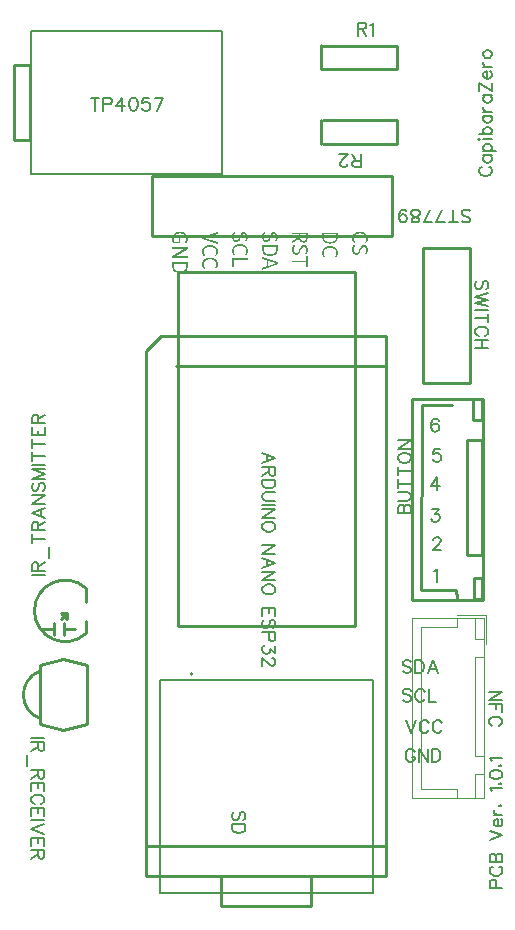
<source format=gto>
G04 Layer: TopSilkscreenLayer*
G04 EasyEDA v6.5.40, 2024-05-09 08:25:39*
G04 18a0beea18964d5d8ca67f77cddb8664,df7e7e3c38a3447abd37b529b333d242,10*
G04 Gerber Generator version 0.2*
G04 Scale: 100 percent, Rotated: No, Reflected: No *
G04 Dimensions in millimeters *
G04 leading zeros omitted , absolute positions ,4 integer and 5 decimal *
%FSLAX45Y45*%
%MOMM*%

%ADD10C,0.1524*%
%ADD11C,0.2540*%
%ADD12C,0.1200*%
%ADD13C,0.1600*%

%LPD*%
G36*
X3435400Y4975860D02*
G01*
X3427729Y4975606D01*
X3420414Y4974793D01*
X3413556Y4973472D01*
X3407105Y4971643D01*
X3401110Y4969357D01*
X3395624Y4966614D01*
X3390544Y4963464D01*
X3385972Y4959908D01*
X3381857Y4955997D01*
X3378301Y4951679D01*
X3375253Y4947056D01*
X3372713Y4942128D01*
X3370732Y4936896D01*
X3369259Y4931410D01*
X3368395Y4925720D01*
X3368141Y4919726D01*
X3368446Y4913630D01*
X3369360Y4907940D01*
X3370884Y4902504D01*
X3373018Y4897475D01*
X3375660Y4892700D01*
X3378809Y4888230D01*
X3382518Y4884064D01*
X3386632Y4880102D01*
X3396081Y4888280D01*
X3389629Y4894935D01*
X3384956Y4902200D01*
X3382060Y4910175D01*
X3381095Y4919014D01*
X3381501Y4925212D01*
X3382772Y4931003D01*
X3384905Y4936337D01*
X3387801Y4941214D01*
X3391458Y4945583D01*
X3395827Y4949444D01*
X3400907Y4952746D01*
X3406698Y4955540D01*
X3413099Y4957724D01*
X3420160Y4959350D01*
X3427780Y4960315D01*
X3435959Y4960620D01*
X3443986Y4960315D01*
X3451453Y4959299D01*
X3458362Y4957622D01*
X3464661Y4955336D01*
X3470351Y4952492D01*
X3475329Y4949088D01*
X3479647Y4945126D01*
X3483203Y4940706D01*
X3486048Y4935778D01*
X3488080Y4930444D01*
X3489350Y4924653D01*
X3489807Y4918506D01*
X3488893Y4910480D01*
X3486404Y4903317D01*
X3482492Y4896967D01*
X3477361Y4891582D01*
X3487013Y4883404D01*
X3490010Y4886401D01*
X3492906Y4889855D01*
X3495598Y4893665D01*
X3498037Y4897932D01*
X3500069Y4902606D01*
X3501644Y4907635D01*
X3502660Y4913020D01*
X3502964Y4918710D01*
X3502710Y4924806D01*
X3501796Y4930648D01*
X3500323Y4936286D01*
X3498342Y4941570D01*
X3495751Y4946599D01*
X3492652Y4951323D01*
X3489045Y4955692D01*
X3484930Y4959705D01*
X3480308Y4963312D01*
X3475228Y4966512D01*
X3469690Y4969256D01*
X3463645Y4971592D01*
X3457244Y4973421D01*
X3450386Y4974793D01*
X3443071Y4975606D01*
G37*
G36*
X3387445Y4869738D02*
G01*
X3383178Y4865319D01*
X3379368Y4860544D01*
X3376066Y4855362D01*
X3373272Y4849876D01*
X3371087Y4843983D01*
X3369462Y4837836D01*
X3368446Y4831334D01*
X3368141Y4824476D01*
X3368446Y4817973D01*
X3369411Y4811928D01*
X3370935Y4806340D01*
X3373018Y4801209D01*
X3375609Y4796637D01*
X3378657Y4792573D01*
X3382111Y4789068D01*
X3385972Y4786172D01*
X3390188Y4783836D01*
X3394710Y4782159D01*
X3399434Y4781143D01*
X3404463Y4780838D01*
X3411270Y4781346D01*
X3417214Y4782921D01*
X3422396Y4785360D01*
X3426815Y4788662D01*
X3430676Y4792624D01*
X3433978Y4797196D01*
X3436874Y4802276D01*
X3439464Y4807712D01*
X3447338Y4826558D01*
X3450844Y4834229D01*
X3455263Y4841290D01*
X3461359Y4846370D01*
X3469995Y4848352D01*
X3474313Y4847894D01*
X3478225Y4846574D01*
X3481578Y4844338D01*
X3484473Y4841392D01*
X3486708Y4837734D01*
X3488385Y4833366D01*
X3489451Y4828438D01*
X3489807Y4822952D01*
X3488893Y4814163D01*
X3486404Y4806391D01*
X3482492Y4799380D01*
X3477361Y4793030D01*
X3487013Y4785156D01*
X3490366Y4788662D01*
X3493465Y4792624D01*
X3496157Y4796942D01*
X3498494Y4801565D01*
X3500424Y4806543D01*
X3501796Y4811776D01*
X3502710Y4817262D01*
X3502964Y4822952D01*
X3502710Y4828641D01*
X3501847Y4833975D01*
X3500475Y4839055D01*
X3498545Y4843729D01*
X3496208Y4847996D01*
X3493414Y4851857D01*
X3490163Y4855210D01*
X3486607Y4858004D01*
X3482644Y4860290D01*
X3478377Y4861966D01*
X3473805Y4863033D01*
X3468979Y4863388D01*
X3462274Y4862728D01*
X3456482Y4860899D01*
X3451453Y4858156D01*
X3447186Y4854600D01*
X3443579Y4850485D01*
X3440582Y4846015D01*
X3438042Y4841341D01*
X3427577Y4817922D01*
X3423412Y4809185D01*
X3421227Y4805426D01*
X3418738Y4802174D01*
X3415842Y4799533D01*
X3412388Y4797501D01*
X3408324Y4796231D01*
X3403447Y4795824D01*
X3398672Y4796282D01*
X3394354Y4797755D01*
X3390544Y4800092D01*
X3387293Y4803343D01*
X3384651Y4807458D01*
X3382721Y4812284D01*
X3381501Y4817922D01*
X3381095Y4824272D01*
X3381349Y4829454D01*
X3382213Y4834534D01*
X3383635Y4839462D01*
X3385515Y4844237D01*
X3387902Y4848809D01*
X3390696Y4853127D01*
X3393948Y4857140D01*
X3397554Y4860848D01*
G37*
G36*
X3116427Y4968290D02*
G01*
X3116427Y4953254D01*
X3234486Y4953254D01*
X3234486Y4937252D01*
X3234283Y4931562D01*
X3233623Y4926228D01*
X3232505Y4921250D01*
X3230981Y4916678D01*
X3229000Y4912461D01*
X3226663Y4908651D01*
X3223869Y4905197D01*
X3220720Y4902098D01*
X3217113Y4899355D01*
X3213201Y4897018D01*
X3208883Y4895037D01*
X3204210Y4893411D01*
X3199130Y4892141D01*
X3193745Y4891278D01*
X3188004Y4890719D01*
X3181959Y4890566D01*
X3175863Y4890719D01*
X3170072Y4891278D01*
X3164636Y4892141D01*
X3159556Y4893411D01*
X3154832Y4895037D01*
X3150412Y4897018D01*
X3146399Y4899355D01*
X3142792Y4902098D01*
X3139541Y4905197D01*
X3136696Y4908651D01*
X3134258Y4912461D01*
X3132226Y4916678D01*
X3130651Y4921250D01*
X3129534Y4926228D01*
X3128822Y4931562D01*
X3128568Y4937252D01*
X3128568Y4953254D01*
X3116427Y4953254D01*
X3116427Y4935728D01*
X3116681Y4928565D01*
X3117545Y4921758D01*
X3118967Y4915458D01*
X3120898Y4909616D01*
X3123387Y4904181D01*
X3126333Y4899202D01*
X3129838Y4894732D01*
X3133852Y4890668D01*
X3138322Y4887112D01*
X3143250Y4883962D01*
X3148634Y4881321D01*
X3154426Y4879187D01*
X3160725Y4877460D01*
X3167380Y4876292D01*
X3174441Y4875530D01*
X3181959Y4875276D01*
X3189376Y4875530D01*
X3196437Y4876292D01*
X3203092Y4877511D01*
X3209290Y4879187D01*
X3215030Y4881372D01*
X3220313Y4884013D01*
X3225139Y4887112D01*
X3229508Y4890719D01*
X3233420Y4894783D01*
X3236823Y4899355D01*
X3239719Y4904333D01*
X3242106Y4909820D01*
X3243986Y4915712D01*
X3245358Y4922113D01*
X3246170Y4928971D01*
X3246475Y4936236D01*
X3246475Y4968290D01*
G37*
G36*
X3181400Y4854498D02*
G01*
X3173730Y4854194D01*
X3166414Y4853381D01*
X3159556Y4852060D01*
X3153105Y4850231D01*
X3147110Y4847945D01*
X3141624Y4845202D01*
X3136544Y4842052D01*
X3131972Y4838496D01*
X3127857Y4834585D01*
X3124301Y4830267D01*
X3121253Y4825644D01*
X3118713Y4820716D01*
X3116732Y4815484D01*
X3115259Y4809998D01*
X3114395Y4804308D01*
X3114141Y4798364D01*
X3114446Y4792218D01*
X3115360Y4786528D01*
X3116884Y4781092D01*
X3119018Y4776063D01*
X3121660Y4771288D01*
X3124809Y4766818D01*
X3128518Y4762652D01*
X3132632Y4758740D01*
X3142081Y4766818D01*
X3135630Y4773523D01*
X3130956Y4780788D01*
X3128060Y4788763D01*
X3127095Y4797552D01*
X3127502Y4803800D01*
X3128772Y4809591D01*
X3130905Y4814925D01*
X3133801Y4819802D01*
X3137458Y4824171D01*
X3141827Y4828032D01*
X3146907Y4831334D01*
X3152698Y4834128D01*
X3159099Y4836312D01*
X3166160Y4837938D01*
X3173780Y4838903D01*
X3181959Y4839258D01*
X3189986Y4838903D01*
X3197453Y4837887D01*
X3204362Y4836210D01*
X3210661Y4833924D01*
X3216351Y4831080D01*
X3221329Y4827676D01*
X3225647Y4823714D01*
X3229203Y4819294D01*
X3232048Y4814366D01*
X3234080Y4809032D01*
X3235350Y4803241D01*
X3235807Y4797044D01*
X3234893Y4788966D01*
X3232404Y4781804D01*
X3228492Y4775555D01*
X3223361Y4770120D01*
X3233013Y4762042D01*
X3236010Y4764989D01*
X3238906Y4768443D01*
X3241598Y4772253D01*
X3244037Y4776520D01*
X3246069Y4781194D01*
X3247644Y4786223D01*
X3248660Y4791608D01*
X3248964Y4797348D01*
X3248710Y4803343D01*
X3247796Y4809185D01*
X3246323Y4814773D01*
X3244342Y4820056D01*
X3241751Y4825085D01*
X3238652Y4829810D01*
X3235045Y4834178D01*
X3230930Y4838192D01*
X3226308Y4841798D01*
X3221228Y4845050D01*
X3215690Y4847793D01*
X3209645Y4850130D01*
X3203244Y4852009D01*
X3196386Y4853381D01*
X3189071Y4854194D01*
G37*
G36*
X2862427Y4968290D02*
G01*
X2862427Y4953254D01*
X2980791Y4953254D01*
X2980791Y4930698D01*
X2980436Y4923231D01*
X2979470Y4916678D01*
X2977743Y4911140D01*
X2975254Y4906518D01*
X2971901Y4902911D01*
X2967685Y4900269D01*
X2962554Y4898694D01*
X2956407Y4898136D01*
X2950311Y4898694D01*
X2945079Y4900269D01*
X2940659Y4902911D01*
X2937052Y4906518D01*
X2934309Y4911140D01*
X2932328Y4916678D01*
X2931109Y4923231D01*
X2930702Y4930698D01*
X2930702Y4953254D01*
X2918561Y4953254D01*
X2918561Y4929174D01*
X2862427Y4896612D01*
X2862427Y4879898D01*
X2920034Y4913680D01*
X2921965Y4907127D01*
X2924606Y4901234D01*
X2927959Y4896053D01*
X2932125Y4891684D01*
X2937052Y4888179D01*
X2942691Y4885588D01*
X2949143Y4883962D01*
X2956407Y4883404D01*
X2962706Y4883810D01*
X2968294Y4884928D01*
X2973273Y4886756D01*
X2977591Y4889195D01*
X2981299Y4892294D01*
X2984398Y4896002D01*
X2986989Y4900218D01*
X2989021Y4904994D01*
X2990545Y4910226D01*
X2991612Y4915865D01*
X2992272Y4921961D01*
X2992475Y4928362D01*
X2992475Y4968290D01*
G37*
G36*
X2879445Y4868926D02*
G01*
X2875178Y4864557D01*
X2871368Y4859782D01*
X2868066Y4854600D01*
X2865272Y4849114D01*
X2863088Y4843221D01*
X2861462Y4837074D01*
X2860446Y4830572D01*
X2860141Y4823764D01*
X2860446Y4817262D01*
X2861411Y4811268D01*
X2862935Y4805680D01*
X2865018Y4800549D01*
X2867609Y4795977D01*
X2870657Y4791913D01*
X2874111Y4788357D01*
X2877972Y4785461D01*
X2882188Y4783124D01*
X2886710Y4781448D01*
X2891434Y4780381D01*
X2896463Y4780026D01*
X2903270Y4780584D01*
X2909214Y4782210D01*
X2914396Y4784699D01*
X2918815Y4788001D01*
X2922676Y4791964D01*
X2925978Y4796536D01*
X2928874Y4801565D01*
X2931464Y4807000D01*
X2939338Y4826050D01*
X2942844Y4833569D01*
X2947263Y4840528D01*
X2953359Y4845659D01*
X2961995Y4847640D01*
X2966313Y4847132D01*
X2970225Y4845812D01*
X2973578Y4843627D01*
X2976473Y4840681D01*
X2978708Y4837023D01*
X2980385Y4832705D01*
X2981452Y4827828D01*
X2981807Y4822444D01*
X2980893Y4813655D01*
X2978404Y4805730D01*
X2974492Y4798669D01*
X2969361Y4792218D01*
X2979013Y4784344D01*
X2982366Y4787900D01*
X2985465Y4791862D01*
X2988157Y4796180D01*
X2990494Y4800854D01*
X2992424Y4805832D01*
X2993796Y4811115D01*
X2994710Y4816652D01*
X2994964Y4822444D01*
X2994710Y4828133D01*
X2993847Y4833467D01*
X2992475Y4838496D01*
X2990545Y4843170D01*
X2988208Y4847386D01*
X2985414Y4851196D01*
X2982163Y4854549D01*
X2978607Y4857343D01*
X2974644Y4859578D01*
X2970377Y4861255D01*
X2965805Y4862271D01*
X2960979Y4862576D01*
X2954274Y4861966D01*
X2948482Y4860137D01*
X2943453Y4857394D01*
X2939186Y4853889D01*
X2935579Y4849774D01*
X2932582Y4845354D01*
X2930042Y4840732D01*
X2919577Y4817110D01*
X2915412Y4808423D01*
X2913227Y4804664D01*
X2910738Y4801412D01*
X2907842Y4798771D01*
X2904388Y4796739D01*
X2900324Y4795469D01*
X2895447Y4795012D01*
X2890672Y4795520D01*
X2886354Y4796993D01*
X2882544Y4799330D01*
X2879293Y4802581D01*
X2876651Y4806696D01*
X2874721Y4811522D01*
X2873502Y4817160D01*
X2873095Y4823460D01*
X2873349Y4828692D01*
X2874213Y4833772D01*
X2875635Y4838700D01*
X2877515Y4843475D01*
X2879902Y4848047D01*
X2882696Y4852365D01*
X2885948Y4856378D01*
X2889554Y4860036D01*
G37*
G36*
X2980029Y4770424D02*
G01*
X2980029Y4730800D01*
X2862427Y4730800D01*
X2862427Y4715814D01*
X2980029Y4715814D01*
X2980029Y4676190D01*
X2992475Y4676190D01*
X2992475Y4770424D01*
G37*
G36*
X2625445Y4977688D02*
G01*
X2621178Y4973269D01*
X2617368Y4968494D01*
X2614066Y4963363D01*
X2611272Y4957826D01*
X2609088Y4952034D01*
X2607462Y4945888D01*
X2606446Y4939436D01*
X2606141Y4932730D01*
X2606446Y4926177D01*
X2607411Y4920081D01*
X2608935Y4914493D01*
X2611018Y4909362D01*
X2613609Y4904740D01*
X2616657Y4900625D01*
X2620111Y4897120D01*
X2623972Y4894173D01*
X2628188Y4891836D01*
X2632710Y4890160D01*
X2637434Y4889093D01*
X2642463Y4888788D01*
X2649270Y4889296D01*
X2655214Y4890922D01*
X2660396Y4893411D01*
X2664815Y4896713D01*
X2668676Y4900777D01*
X2671978Y4905349D01*
X2674874Y4910480D01*
X2677464Y4915966D01*
X2685338Y4934712D01*
X2688844Y4942281D01*
X2693263Y4949240D01*
X2699359Y4954371D01*
X2707995Y4956302D01*
X2712313Y4955895D01*
X2716225Y4954524D01*
X2719578Y4952390D01*
X2722473Y4949444D01*
X2724708Y4945837D01*
X2726385Y4941519D01*
X2727452Y4936642D01*
X2727807Y4931206D01*
X2726893Y4922367D01*
X2724404Y4914493D01*
X2720492Y4907483D01*
X2715361Y4901184D01*
X2725013Y4893310D01*
X2728366Y4896866D01*
X2731465Y4900777D01*
X2734157Y4905044D01*
X2736494Y4909667D01*
X2738424Y4914646D01*
X2739796Y4919878D01*
X2740710Y4925415D01*
X2740964Y4931206D01*
X2740710Y4936845D01*
X2739847Y4942179D01*
X2738475Y4947208D01*
X2736545Y4951882D01*
X2734208Y4956098D01*
X2731414Y4959908D01*
X2728163Y4963261D01*
X2724607Y4966055D01*
X2720644Y4968290D01*
X2716377Y4969967D01*
X2711805Y4970983D01*
X2706979Y4971338D01*
X2700274Y4970678D01*
X2694482Y4968849D01*
X2689453Y4966106D01*
X2685186Y4962601D01*
X2681579Y4958486D01*
X2678582Y4954066D01*
X2676042Y4949444D01*
X2665577Y4926076D01*
X2661412Y4917338D01*
X2659227Y4913579D01*
X2656738Y4910277D01*
X2653842Y4907534D01*
X2650388Y4905502D01*
X2646324Y4904181D01*
X2641447Y4903774D01*
X2636672Y4904232D01*
X2632354Y4905756D01*
X2628544Y4908143D01*
X2625293Y4911445D01*
X2622651Y4915560D01*
X2620721Y4920488D01*
X2619502Y4926126D01*
X2619095Y4932426D01*
X2619349Y4937658D01*
X2620213Y4942687D01*
X2621635Y4947615D01*
X2623515Y4952339D01*
X2625902Y4956810D01*
X2628696Y4961077D01*
X2631948Y4965090D01*
X2635554Y4968798D01*
G37*
G36*
X2608427Y4862880D02*
G01*
X2608427Y4848148D01*
X2726486Y4848148D01*
X2726486Y4832146D01*
X2726283Y4826406D01*
X2725623Y4821072D01*
X2724505Y4816094D01*
X2722981Y4811471D01*
X2721000Y4807254D01*
X2718663Y4803394D01*
X2715869Y4799939D01*
X2712720Y4796840D01*
X2709113Y4794046D01*
X2705201Y4791710D01*
X2700883Y4789678D01*
X2696210Y4788052D01*
X2691130Y4786782D01*
X2685745Y4785868D01*
X2680004Y4785309D01*
X2673959Y4785156D01*
X2667863Y4785309D01*
X2662072Y4785868D01*
X2656636Y4786782D01*
X2651556Y4788052D01*
X2646832Y4789678D01*
X2642412Y4791710D01*
X2638399Y4794046D01*
X2634792Y4796840D01*
X2631541Y4799939D01*
X2628696Y4803394D01*
X2626258Y4807254D01*
X2624226Y4811471D01*
X2622651Y4816094D01*
X2621534Y4821072D01*
X2620822Y4826406D01*
X2620568Y4832146D01*
X2620568Y4848148D01*
X2608427Y4848148D01*
X2608427Y4830318D01*
X2608681Y4823155D01*
X2609545Y4816449D01*
X2610967Y4810150D01*
X2612898Y4804308D01*
X2615387Y4798923D01*
X2618333Y4793996D01*
X2621838Y4789525D01*
X2625852Y4785461D01*
X2630322Y4781905D01*
X2635250Y4778806D01*
X2640634Y4776165D01*
X2646426Y4774031D01*
X2652725Y4772304D01*
X2659380Y4771136D01*
X2666441Y4770374D01*
X2673959Y4770120D01*
X2681376Y4770374D01*
X2688437Y4771136D01*
X2695092Y4772355D01*
X2701290Y4774031D01*
X2707030Y4776216D01*
X2712313Y4778857D01*
X2717139Y4781956D01*
X2721508Y4785563D01*
X2725420Y4789576D01*
X2728823Y4794097D01*
X2731719Y4799076D01*
X2734106Y4804562D01*
X2735986Y4810455D01*
X2737358Y4816805D01*
X2738170Y4823612D01*
X2738475Y4830826D01*
X2738475Y4862880D01*
G37*
G36*
X2608427Y4760772D02*
G01*
X2608427Y4746040D01*
X2649575Y4732528D01*
X2649575Y4728718D01*
X2660954Y4728718D01*
X2698597Y4716881D01*
X2726232Y4708652D01*
X2726232Y4708144D01*
X2704084Y4701489D01*
X2682341Y4694428D01*
X2660954Y4687874D01*
X2660954Y4728718D01*
X2649575Y4728718D01*
X2649575Y4684064D01*
X2608427Y4671060D01*
X2608427Y4655312D01*
X2738475Y4700066D01*
X2738475Y4716322D01*
G37*
G36*
X2371445Y4977688D02*
G01*
X2367178Y4973269D01*
X2363368Y4968494D01*
X2360066Y4963363D01*
X2357272Y4957826D01*
X2355088Y4952034D01*
X2353462Y4945888D01*
X2352446Y4939436D01*
X2352141Y4932730D01*
X2352446Y4926177D01*
X2353411Y4920081D01*
X2354935Y4914493D01*
X2357018Y4909362D01*
X2359609Y4904740D01*
X2362657Y4900625D01*
X2366111Y4897120D01*
X2369972Y4894173D01*
X2374188Y4891836D01*
X2378710Y4890160D01*
X2383434Y4889093D01*
X2388463Y4888788D01*
X2395270Y4889296D01*
X2401214Y4890922D01*
X2406396Y4893411D01*
X2410815Y4896713D01*
X2414676Y4900777D01*
X2417978Y4905349D01*
X2420874Y4910480D01*
X2423464Y4915966D01*
X2431338Y4934712D01*
X2434844Y4942281D01*
X2439263Y4949240D01*
X2445359Y4954371D01*
X2453995Y4956302D01*
X2458313Y4955895D01*
X2462225Y4954524D01*
X2465578Y4952390D01*
X2468473Y4949444D01*
X2470708Y4945837D01*
X2472385Y4941519D01*
X2473452Y4936642D01*
X2473807Y4931206D01*
X2472893Y4922367D01*
X2470404Y4914493D01*
X2466492Y4907483D01*
X2461361Y4901184D01*
X2471013Y4893310D01*
X2474366Y4896866D01*
X2477465Y4900777D01*
X2480157Y4905044D01*
X2482494Y4909667D01*
X2484424Y4914646D01*
X2485796Y4919878D01*
X2486710Y4925415D01*
X2486964Y4931206D01*
X2486710Y4936845D01*
X2485847Y4942179D01*
X2484475Y4947208D01*
X2482545Y4951882D01*
X2480208Y4956098D01*
X2477414Y4959908D01*
X2474163Y4963261D01*
X2470607Y4966055D01*
X2466644Y4968290D01*
X2462377Y4969967D01*
X2457805Y4970983D01*
X2452979Y4971338D01*
X2446274Y4970678D01*
X2440482Y4968849D01*
X2435453Y4966106D01*
X2431186Y4962601D01*
X2427579Y4958486D01*
X2424582Y4954066D01*
X2422042Y4949444D01*
X2411577Y4926076D01*
X2407412Y4917338D01*
X2405227Y4913579D01*
X2402738Y4910277D01*
X2399842Y4907534D01*
X2396388Y4905502D01*
X2392324Y4904181D01*
X2387447Y4903774D01*
X2382672Y4904232D01*
X2378354Y4905756D01*
X2374544Y4908143D01*
X2371293Y4911445D01*
X2368651Y4915560D01*
X2366721Y4920488D01*
X2365502Y4926126D01*
X2365095Y4932426D01*
X2365349Y4937658D01*
X2366213Y4942687D01*
X2367635Y4947615D01*
X2369515Y4952339D01*
X2371902Y4956810D01*
X2374696Y4961077D01*
X2377948Y4965090D01*
X2381554Y4968798D01*
G37*
G36*
X2419400Y4870500D02*
G01*
X2411730Y4870196D01*
X2404414Y4869383D01*
X2397556Y4868062D01*
X2391105Y4866284D01*
X2385110Y4863998D01*
X2379624Y4861306D01*
X2374544Y4858156D01*
X2369972Y4854651D01*
X2365857Y4850739D01*
X2362301Y4846472D01*
X2359253Y4841849D01*
X2356713Y4836922D01*
X2354732Y4831740D01*
X2353259Y4826254D01*
X2352395Y4820513D01*
X2352141Y4814570D01*
X2352446Y4808423D01*
X2353360Y4802632D01*
X2354884Y4797247D01*
X2357018Y4792218D01*
X2359660Y4787493D01*
X2362809Y4783074D01*
X2366518Y4778908D01*
X2370632Y4774996D01*
X2380081Y4783124D01*
X2373630Y4789779D01*
X2368956Y4796942D01*
X2366060Y4804867D01*
X2365095Y4813858D01*
X2365502Y4820056D01*
X2366772Y4825847D01*
X2368905Y4831181D01*
X2371801Y4836058D01*
X2375458Y4840427D01*
X2379827Y4844288D01*
X2384907Y4847590D01*
X2390698Y4850384D01*
X2397099Y4852568D01*
X2404160Y4854194D01*
X2411780Y4855159D01*
X2419959Y4855514D01*
X2427986Y4855159D01*
X2435453Y4854143D01*
X2442362Y4852466D01*
X2448661Y4850180D01*
X2454351Y4847336D01*
X2459329Y4843932D01*
X2463647Y4839970D01*
X2467203Y4835550D01*
X2470048Y4830622D01*
X2472080Y4825288D01*
X2473350Y4819497D01*
X2473807Y4813350D01*
X2472893Y4805222D01*
X2470404Y4798009D01*
X2466492Y4791659D01*
X2461361Y4786172D01*
X2471013Y4777994D01*
X2474010Y4781092D01*
X2476906Y4784547D01*
X2479598Y4788408D01*
X2482037Y4792675D01*
X2484069Y4797298D01*
X2485644Y4802327D01*
X2486660Y4807762D01*
X2486964Y4813554D01*
X2486710Y4819599D01*
X2485796Y4825441D01*
X2484323Y4830978D01*
X2482342Y4836312D01*
X2479751Y4841290D01*
X2476652Y4845964D01*
X2473045Y4850333D01*
X2468930Y4854295D01*
X2464308Y4857902D01*
X2459228Y4861102D01*
X2453690Y4863896D01*
X2447645Y4866182D01*
X2441244Y4868011D01*
X2434386Y4869383D01*
X2427071Y4870196D01*
G37*
G36*
X2354427Y4750054D02*
G01*
X2354427Y4677918D01*
X2366873Y4677918D01*
X2366873Y4735372D01*
X2484475Y4735372D01*
X2484475Y4750054D01*
G37*
G36*
X2230475Y4973320D02*
G01*
X2100427Y4931410D01*
X2100427Y4914696D01*
X2230475Y4873040D01*
X2230475Y4887976D01*
X2115616Y4922316D01*
X2115616Y4923028D01*
X2230475Y4957826D01*
G37*
G36*
X2165400Y4864354D02*
G01*
X2157730Y4864100D01*
X2150414Y4863287D01*
X2143556Y4861966D01*
X2137105Y4860137D01*
X2131110Y4857851D01*
X2125624Y4855108D01*
X2120544Y4851958D01*
X2115972Y4848402D01*
X2111857Y4844491D01*
X2108301Y4840173D01*
X2105253Y4835550D01*
X2102713Y4830622D01*
X2100732Y4825390D01*
X2099259Y4819904D01*
X2098395Y4814214D01*
X2098141Y4808220D01*
X2098446Y4802124D01*
X2099360Y4796434D01*
X2100884Y4790998D01*
X2103018Y4785969D01*
X2105660Y4781194D01*
X2108809Y4776724D01*
X2112518Y4772558D01*
X2116632Y4768646D01*
X2126081Y4776774D01*
X2119630Y4783429D01*
X2114956Y4790694D01*
X2112060Y4798669D01*
X2111095Y4807508D01*
X2111502Y4813706D01*
X2112772Y4819497D01*
X2114905Y4824831D01*
X2117801Y4829708D01*
X2121458Y4834077D01*
X2125827Y4837938D01*
X2130907Y4841240D01*
X2136698Y4844034D01*
X2143099Y4846218D01*
X2150160Y4847844D01*
X2157780Y4848809D01*
X2165959Y4849164D01*
X2173986Y4848809D01*
X2181453Y4847793D01*
X2188362Y4846116D01*
X2194661Y4843830D01*
X2200351Y4840986D01*
X2205329Y4837582D01*
X2209647Y4833620D01*
X2213203Y4829200D01*
X2216048Y4824272D01*
X2218080Y4818938D01*
X2219350Y4813147D01*
X2219807Y4807000D01*
X2218893Y4798872D01*
X2216404Y4791710D01*
X2212492Y4785461D01*
X2207361Y4780026D01*
X2217013Y4771948D01*
X2220010Y4774895D01*
X2222906Y4778349D01*
X2225598Y4782159D01*
X2228037Y4786426D01*
X2230069Y4791100D01*
X2231644Y4796129D01*
X2232660Y4801514D01*
X2232964Y4807204D01*
X2232710Y4813249D01*
X2231796Y4819091D01*
X2230323Y4824679D01*
X2228342Y4829962D01*
X2225751Y4834991D01*
X2222652Y4839716D01*
X2219045Y4844084D01*
X2214930Y4848098D01*
X2210308Y4851704D01*
X2205228Y4854956D01*
X2199690Y4857699D01*
X2193645Y4860036D01*
X2187244Y4861915D01*
X2180386Y4863287D01*
X2173071Y4864100D01*
G37*
G36*
X2165400Y4756912D02*
G01*
X2157730Y4756658D01*
X2150414Y4755845D01*
X2143556Y4754524D01*
X2137105Y4752695D01*
X2131110Y4750409D01*
X2125624Y4747666D01*
X2120544Y4744516D01*
X2115972Y4740960D01*
X2111857Y4737049D01*
X2108301Y4732731D01*
X2105253Y4728108D01*
X2102713Y4723180D01*
X2100732Y4717948D01*
X2099259Y4712462D01*
X2098395Y4706772D01*
X2098141Y4700778D01*
X2098446Y4694682D01*
X2099360Y4688992D01*
X2100884Y4683556D01*
X2103018Y4678527D01*
X2105660Y4673752D01*
X2108809Y4669282D01*
X2112518Y4665116D01*
X2116632Y4661154D01*
X2126081Y4669332D01*
X2119630Y4675987D01*
X2114956Y4683252D01*
X2112060Y4691227D01*
X2111095Y4700066D01*
X2111502Y4706264D01*
X2112772Y4712055D01*
X2114905Y4717389D01*
X2117801Y4722266D01*
X2121458Y4726635D01*
X2125827Y4730496D01*
X2130907Y4733798D01*
X2136698Y4736592D01*
X2143099Y4738776D01*
X2150160Y4740402D01*
X2157780Y4741367D01*
X2165959Y4741722D01*
X2173986Y4741367D01*
X2181453Y4740351D01*
X2188362Y4738674D01*
X2194661Y4736388D01*
X2200351Y4733544D01*
X2205329Y4730140D01*
X2209647Y4726178D01*
X2213203Y4721758D01*
X2216048Y4716830D01*
X2218080Y4711496D01*
X2219350Y4705705D01*
X2219807Y4699558D01*
X2218893Y4691532D01*
X2216404Y4684369D01*
X2212492Y4678019D01*
X2207361Y4672584D01*
X2217013Y4664506D01*
X2220010Y4667453D01*
X2222906Y4670907D01*
X2225598Y4674717D01*
X2228037Y4678984D01*
X2230069Y4683658D01*
X2231644Y4688687D01*
X2232660Y4694072D01*
X2232964Y4699762D01*
X2232710Y4705858D01*
X2231796Y4711700D01*
X2230323Y4717338D01*
X2228342Y4722672D01*
X2225751Y4727651D01*
X2222652Y4732375D01*
X2219045Y4736744D01*
X2214930Y4740757D01*
X2210308Y4744364D01*
X2205228Y4747564D01*
X2199690Y4750308D01*
X2193645Y4752644D01*
X2187244Y4754473D01*
X2180386Y4755845D01*
X2173071Y4756658D01*
G37*
G36*
X1911451Y4975860D02*
G01*
X1903730Y4975606D01*
X1896414Y4974793D01*
X1889556Y4973421D01*
X1883105Y4971592D01*
X1877110Y4969256D01*
X1871624Y4966462D01*
X1866544Y4963210D01*
X1861972Y4959553D01*
X1857857Y4955489D01*
X1854301Y4951069D01*
X1851253Y4946294D01*
X1848713Y4941163D01*
X1846732Y4935728D01*
X1845259Y4929987D01*
X1844395Y4923993D01*
X1844141Y4917694D01*
X1844395Y4911394D01*
X1845208Y4905400D01*
X1846529Y4899812D01*
X1848256Y4894580D01*
X1850440Y4889754D01*
X1853031Y4885385D01*
X1855927Y4881473D01*
X1859127Y4878070D01*
X1912975Y4878070D01*
X1912975Y4920030D01*
X1900783Y4920030D01*
X1900783Y4891786D01*
X1865223Y4891786D01*
X1861769Y4896510D01*
X1859229Y4902403D01*
X1857603Y4909159D01*
X1857044Y4916474D01*
X1857502Y4923231D01*
X1858772Y4929530D01*
X1860905Y4935270D01*
X1863801Y4940452D01*
X1867458Y4945075D01*
X1871827Y4949139D01*
X1876907Y4952593D01*
X1882698Y4955438D01*
X1889099Y4957724D01*
X1896160Y4959350D01*
X1903780Y4960315D01*
X1911959Y4960620D01*
X1919986Y4960315D01*
X1927453Y4959248D01*
X1934362Y4957521D01*
X1940661Y4955184D01*
X1946351Y4952187D01*
X1951329Y4948631D01*
X1955647Y4944516D01*
X1959203Y4939893D01*
X1962048Y4934712D01*
X1964080Y4929073D01*
X1965350Y4922977D01*
X1965807Y4916474D01*
X1964842Y4907229D01*
X1962200Y4899507D01*
X1958289Y4893106D01*
X1953361Y4887772D01*
X1963013Y4879594D01*
X1965858Y4882591D01*
X1968703Y4886045D01*
X1971395Y4889906D01*
X1973834Y4894275D01*
X1975916Y4899101D01*
X1977542Y4904435D01*
X1978609Y4910328D01*
X1978964Y4916678D01*
X1978710Y4923028D01*
X1977796Y4929073D01*
X1976323Y4934915D01*
X1974342Y4940401D01*
X1971751Y4945634D01*
X1968652Y4950510D01*
X1965045Y4955032D01*
X1960930Y4959146D01*
X1956307Y4962906D01*
X1951228Y4966208D01*
X1945690Y4969052D01*
X1939645Y4971440D01*
X1933244Y4973370D01*
X1926386Y4974742D01*
X1919071Y4975606D01*
G37*
G36*
X1846427Y4846624D02*
G01*
X1846427Y4832604D01*
X1922830Y4832654D01*
X1942744Y4833518D01*
X1957425Y4834432D01*
X1957425Y4833620D01*
X1930704Y4819446D01*
X1846427Y4770424D01*
X1846427Y4755134D01*
X1976475Y4755134D01*
X1976475Y4769104D01*
X1901088Y4769104D01*
X1865680Y4767326D01*
X1865680Y4768138D01*
X1892401Y4782108D01*
X1976475Y4831334D01*
X1976475Y4846624D01*
G37*
G36*
X1846427Y4718812D02*
G01*
X1846427Y4704130D01*
X1964486Y4704130D01*
X1964486Y4688078D01*
X1964283Y4682388D01*
X1963623Y4677054D01*
X1962505Y4672076D01*
X1960981Y4667453D01*
X1959000Y4663236D01*
X1956663Y4659376D01*
X1953869Y4655921D01*
X1950720Y4652822D01*
X1947113Y4650028D01*
X1943201Y4647692D01*
X1938883Y4645660D01*
X1934210Y4644034D01*
X1929130Y4642764D01*
X1923745Y4641850D01*
X1918004Y4641291D01*
X1911959Y4641138D01*
X1905863Y4641291D01*
X1900072Y4641850D01*
X1894636Y4642764D01*
X1889556Y4644034D01*
X1884832Y4645660D01*
X1880412Y4647692D01*
X1876399Y4650028D01*
X1872792Y4652822D01*
X1869541Y4655921D01*
X1866696Y4659376D01*
X1864258Y4663236D01*
X1862226Y4667453D01*
X1860651Y4672076D01*
X1859534Y4677054D01*
X1858822Y4682388D01*
X1858568Y4688078D01*
X1858568Y4704130D01*
X1846427Y4704130D01*
X1846427Y4686350D01*
X1846681Y4679137D01*
X1847545Y4672431D01*
X1848967Y4666132D01*
X1850898Y4660290D01*
X1853387Y4654905D01*
X1856333Y4649978D01*
X1859838Y4645507D01*
X1863852Y4641443D01*
X1868322Y4637887D01*
X1873250Y4634788D01*
X1878634Y4632147D01*
X1884425Y4630013D01*
X1890725Y4628286D01*
X1897380Y4627118D01*
X1904441Y4626356D01*
X1911959Y4626102D01*
X1919376Y4626356D01*
X1926437Y4627118D01*
X1933092Y4628337D01*
X1939289Y4630013D01*
X1945030Y4632198D01*
X1950313Y4634839D01*
X1955139Y4637938D01*
X1959508Y4641545D01*
X1963420Y4645558D01*
X1966823Y4650079D01*
X1969719Y4655058D01*
X1972106Y4660544D01*
X1973986Y4666437D01*
X1975357Y4672787D01*
X1976170Y4679594D01*
X1976475Y4686858D01*
X1976475Y4718812D01*
G37*
D10*
X2718815Y3057144D02*
G01*
X2609850Y3098800D01*
X2718815Y3057144D02*
G01*
X2609850Y3015742D01*
X2646172Y3083305D02*
G01*
X2646172Y3031236D01*
X2718815Y2981452D02*
G01*
X2609850Y2981452D01*
X2718815Y2981452D02*
G01*
X2718815Y2934715D01*
X2713736Y2918968D01*
X2708402Y2913887D01*
X2697988Y2908554D01*
X2687574Y2908554D01*
X2677159Y2913887D01*
X2672079Y2918968D01*
X2667000Y2934715D01*
X2667000Y2981452D01*
X2667000Y2945129D02*
G01*
X2609850Y2908554D01*
X2718815Y2874263D02*
G01*
X2609850Y2874263D01*
X2718815Y2874263D02*
G01*
X2718815Y2837942D01*
X2713736Y2822447D01*
X2703322Y2812034D01*
X2692908Y2806700D01*
X2677159Y2801620D01*
X2651252Y2801620D01*
X2635758Y2806700D01*
X2625343Y2812034D01*
X2614929Y2822447D01*
X2609850Y2837942D01*
X2609850Y2874263D01*
X2718815Y2767329D02*
G01*
X2640838Y2767329D01*
X2625343Y2762250D01*
X2614929Y2751836D01*
X2609850Y2736087D01*
X2609850Y2725673D01*
X2614929Y2710179D01*
X2625343Y2699765D01*
X2640838Y2694686D01*
X2718815Y2694686D01*
X2718815Y2660395D02*
G01*
X2609850Y2660395D01*
X2718815Y2626105D02*
G01*
X2609850Y2626105D01*
X2718815Y2626105D02*
G01*
X2609850Y2553207D01*
X2718815Y2553207D02*
G01*
X2609850Y2553207D01*
X2718815Y2487929D02*
G01*
X2713736Y2498089D01*
X2703322Y2508504D01*
X2692908Y2513837D01*
X2677159Y2518918D01*
X2651252Y2518918D01*
X2635758Y2513837D01*
X2625343Y2508504D01*
X2614929Y2498089D01*
X2609850Y2487929D01*
X2609850Y2467102D01*
X2614929Y2456687D01*
X2625343Y2446273D01*
X2635758Y2440939D01*
X2651252Y2435860D01*
X2677159Y2435860D01*
X2692908Y2440939D01*
X2703322Y2446273D01*
X2713736Y2456687D01*
X2718815Y2467102D01*
X2718815Y2487929D01*
X2718815Y2321560D02*
G01*
X2609850Y2321560D01*
X2718815Y2321560D02*
G01*
X2609850Y2248915D01*
X2718815Y2248915D02*
G01*
X2609850Y2248915D01*
X2718815Y2172970D02*
G01*
X2609850Y2214626D01*
X2718815Y2172970D02*
G01*
X2609850Y2131313D01*
X2646172Y2198878D02*
G01*
X2646172Y2147062D01*
X2718815Y2097023D02*
G01*
X2609850Y2097023D01*
X2718815Y2097023D02*
G01*
X2609850Y2024379D01*
X2718815Y2024379D02*
G01*
X2609850Y2024379D01*
X2718815Y1958847D02*
G01*
X2713736Y1969262D01*
X2703322Y1979676D01*
X2692908Y1985010D01*
X2677159Y1990089D01*
X2651252Y1990089D01*
X2635758Y1985010D01*
X2625343Y1979676D01*
X2614929Y1969262D01*
X2609850Y1958847D01*
X2609850Y1938020D01*
X2614929Y1927860D01*
X2625343Y1917445D01*
X2635758Y1912112D01*
X2651252Y1907031D01*
X2677159Y1907031D01*
X2692908Y1912112D01*
X2703322Y1917445D01*
X2713736Y1927860D01*
X2718815Y1938020D01*
X2718815Y1958847D01*
X2718815Y1792731D02*
G01*
X2609850Y1792731D01*
X2718815Y1792731D02*
G01*
X2718815Y1725168D01*
X2667000Y1792731D02*
G01*
X2667000Y1751076D01*
X2609850Y1792731D02*
G01*
X2609850Y1725168D01*
X2703322Y1617979D02*
G01*
X2713736Y1628394D01*
X2718815Y1644142D01*
X2718815Y1664970D01*
X2713736Y1680463D01*
X2703322Y1690878D01*
X2692908Y1690878D01*
X2682493Y1685544D01*
X2677159Y1680463D01*
X2672079Y1670050D01*
X2661665Y1638807D01*
X2656586Y1628394D01*
X2651252Y1623313D01*
X2640838Y1617979D01*
X2625343Y1617979D01*
X2614929Y1628394D01*
X2609850Y1644142D01*
X2609850Y1664970D01*
X2614929Y1680463D01*
X2625343Y1690878D01*
X2718815Y1583689D02*
G01*
X2609850Y1583689D01*
X2718815Y1583689D02*
G01*
X2718815Y1536954D01*
X2713736Y1521460D01*
X2708402Y1516379D01*
X2697988Y1511045D01*
X2682493Y1511045D01*
X2672079Y1516379D01*
X2667000Y1521460D01*
X2661665Y1536954D01*
X2661665Y1583689D01*
X2718815Y1466342D02*
G01*
X2718815Y1409192D01*
X2677159Y1440434D01*
X2677159Y1424939D01*
X2672079Y1414526D01*
X2667000Y1409192D01*
X2651252Y1404112D01*
X2640838Y1404112D01*
X2625343Y1409192D01*
X2614929Y1419605D01*
X2609850Y1435100D01*
X2609850Y1450847D01*
X2614929Y1466342D01*
X2620009Y1471676D01*
X2630424Y1476755D01*
X2692908Y1364487D02*
G01*
X2697988Y1364487D01*
X2708402Y1359407D01*
X2713736Y1354073D01*
X2718815Y1343660D01*
X2718815Y1323086D01*
X2713736Y1312671D01*
X2708402Y1307337D01*
X2697988Y1302257D01*
X2687574Y1302257D01*
X2677159Y1307337D01*
X2661665Y1317752D01*
X2609850Y1369821D01*
X2609850Y1296923D01*
X4469891Y5526278D02*
G01*
X4459477Y5520944D01*
X4449063Y5510529D01*
X4443984Y5500370D01*
X4443984Y5479542D01*
X4449063Y5469128D01*
X4459477Y5458713D01*
X4469891Y5453379D01*
X4485640Y5448300D01*
X4511547Y5448300D01*
X4527041Y5453379D01*
X4537456Y5458713D01*
X4547870Y5469128D01*
X4552950Y5479542D01*
X4552950Y5500370D01*
X4547870Y5510529D01*
X4537456Y5520944D01*
X4527041Y5526278D01*
X4480306Y5622797D02*
G01*
X4552950Y5622797D01*
X4495800Y5622797D02*
G01*
X4485640Y5612384D01*
X4480306Y5601970D01*
X4480306Y5586476D01*
X4485640Y5576062D01*
X4495800Y5565647D01*
X4511547Y5560568D01*
X4521961Y5560568D01*
X4537456Y5565647D01*
X4547870Y5576062D01*
X4552950Y5586476D01*
X4552950Y5601970D01*
X4547870Y5612384D01*
X4537456Y5622797D01*
X4480306Y5657087D02*
G01*
X4589525Y5657087D01*
X4495800Y5657087D02*
G01*
X4485640Y5667502D01*
X4480306Y5677915D01*
X4480306Y5693410D01*
X4485640Y5703823D01*
X4495800Y5714237D01*
X4511547Y5719571D01*
X4521961Y5719571D01*
X4537456Y5714237D01*
X4547870Y5703823D01*
X4552950Y5693410D01*
X4552950Y5677915D01*
X4547870Y5667502D01*
X4537456Y5657087D01*
X4443984Y5753862D02*
G01*
X4449063Y5758942D01*
X4443984Y5764276D01*
X4438650Y5758942D01*
X4443984Y5753862D01*
X4480306Y5758942D02*
G01*
X4552950Y5758942D01*
X4443984Y5798565D02*
G01*
X4552950Y5798565D01*
X4495800Y5798565D02*
G01*
X4485640Y5808979D01*
X4480306Y5819139D01*
X4480306Y5834887D01*
X4485640Y5845302D01*
X4495800Y5855715D01*
X4511547Y5860795D01*
X4521961Y5860795D01*
X4537456Y5855715D01*
X4547870Y5845302D01*
X4552950Y5834887D01*
X4552950Y5819139D01*
X4547870Y5808979D01*
X4537456Y5798565D01*
X4480306Y5957570D02*
G01*
X4552950Y5957570D01*
X4495800Y5957570D02*
G01*
X4485640Y5947155D01*
X4480306Y5936742D01*
X4480306Y5920994D01*
X4485640Y5910579D01*
X4495800Y5900420D01*
X4511547Y5895086D01*
X4521961Y5895086D01*
X4537456Y5900420D01*
X4547870Y5910579D01*
X4552950Y5920994D01*
X4552950Y5936742D01*
X4547870Y5947155D01*
X4537456Y5957570D01*
X4480306Y5991860D02*
G01*
X4552950Y5991860D01*
X4511547Y5991860D02*
G01*
X4495800Y5996939D01*
X4485640Y6007354D01*
X4480306Y6017768D01*
X4480306Y6033262D01*
X4480306Y6130036D02*
G01*
X4552950Y6130036D01*
X4495800Y6130036D02*
G01*
X4485640Y6119621D01*
X4480306Y6109207D01*
X4480306Y6093460D01*
X4485640Y6083300D01*
X4495800Y6072886D01*
X4511547Y6067552D01*
X4521961Y6067552D01*
X4537456Y6072886D01*
X4547870Y6083300D01*
X4552950Y6093460D01*
X4552950Y6109207D01*
X4547870Y6119621D01*
X4537456Y6130036D01*
X4443984Y6236970D02*
G01*
X4552950Y6164326D01*
X4443984Y6164326D02*
G01*
X4443984Y6236970D01*
X4552950Y6164326D02*
G01*
X4552950Y6236970D01*
X4511547Y6271260D02*
G01*
X4511547Y6333489D01*
X4501134Y6333489D01*
X4490720Y6328410D01*
X4485640Y6323329D01*
X4480306Y6312915D01*
X4480306Y6297168D01*
X4485640Y6286754D01*
X4495800Y6276339D01*
X4511547Y6271260D01*
X4521961Y6271260D01*
X4537456Y6276339D01*
X4547870Y6286754D01*
X4552950Y6297168D01*
X4552950Y6312915D01*
X4547870Y6323329D01*
X4537456Y6333489D01*
X4480306Y6367779D02*
G01*
X4552950Y6367779D01*
X4511547Y6367779D02*
G01*
X4495800Y6373113D01*
X4485640Y6383528D01*
X4480306Y6393942D01*
X4480306Y6409436D01*
X4480306Y6469634D02*
G01*
X4485640Y6459220D01*
X4495800Y6449060D01*
X4511547Y6443726D01*
X4521961Y6443726D01*
X4537456Y6449060D01*
X4547870Y6459220D01*
X4552950Y6469634D01*
X4552950Y6485381D01*
X4547870Y6495795D01*
X4537456Y6506210D01*
X4521961Y6511289D01*
X4511547Y6511289D01*
X4495800Y6506210D01*
X4485640Y6495795D01*
X4480306Y6485381D01*
X4480306Y6469634D01*
X4100829Y3376421D02*
G01*
X4095750Y3386836D01*
X4080256Y3391915D01*
X4069841Y3391915D01*
X4054093Y3386836D01*
X4043679Y3371087D01*
X4038600Y3345179D01*
X4038600Y3319271D01*
X4043679Y3298444D01*
X4054093Y3288029D01*
X4069841Y3282950D01*
X4074922Y3282950D01*
X4090670Y3288029D01*
X4100829Y3298444D01*
X4106163Y3313937D01*
X4106163Y3319271D01*
X4100829Y3334765D01*
X4090670Y3345179D01*
X4074922Y3350260D01*
X4069841Y3350260D01*
X4054093Y3345179D01*
X4043679Y3334765D01*
X4038600Y3319271D01*
X4049013Y2629915D02*
G01*
X4106163Y2629915D01*
X4074922Y2588260D01*
X4090670Y2588260D01*
X4100829Y2583179D01*
X4106163Y2578100D01*
X4111243Y2562352D01*
X4111243Y2551937D01*
X4106163Y2536444D01*
X4095750Y2526029D01*
X4080256Y2520950D01*
X4064508Y2520950D01*
X4049013Y2526029D01*
X4043679Y2531110D01*
X4038600Y2541523D01*
X4064000Y2101087D02*
G01*
X4074413Y2106421D01*
X4089908Y2121915D01*
X4089908Y2012950D01*
X4056379Y2362707D02*
G01*
X4056379Y2367787D01*
X4061713Y2378202D01*
X4066793Y2383536D01*
X4077208Y2388615D01*
X4098036Y2388615D01*
X4108450Y2383536D01*
X4113529Y2378202D01*
X4118863Y2367787D01*
X4118863Y2357373D01*
X4113529Y2346960D01*
X4103370Y2331465D01*
X4051300Y2279650D01*
X4123943Y2279650D01*
X4090670Y2896615D02*
G01*
X4038600Y2823971D01*
X4116577Y2823971D01*
X4090670Y2896615D02*
G01*
X4090670Y2787650D01*
X4113529Y3137915D02*
G01*
X4061713Y3137915D01*
X4056379Y3091179D01*
X4061713Y3096260D01*
X4077208Y3101594D01*
X4092956Y3101594D01*
X4108450Y3096260D01*
X4118863Y3086100D01*
X4123943Y3070352D01*
X4123943Y3059937D01*
X4118863Y3044444D01*
X4108450Y3034029D01*
X4092956Y3028950D01*
X4077208Y3028950D01*
X4061713Y3034029D01*
X4056379Y3039110D01*
X4051300Y3049523D01*
X3900677Y572007D02*
G01*
X3895343Y582421D01*
X3884929Y592836D01*
X3874770Y597915D01*
X3853941Y597915D01*
X3843527Y592836D01*
X3833113Y582421D01*
X3827779Y572007D01*
X3822700Y556260D01*
X3822700Y530352D01*
X3827779Y514857D01*
X3833113Y504444D01*
X3843527Y494029D01*
X3853941Y488950D01*
X3874770Y488950D01*
X3884929Y494029D01*
X3895343Y504444D01*
X3900677Y514857D01*
X3900677Y530352D01*
X3874770Y530352D02*
G01*
X3900677Y530352D01*
X3934968Y597915D02*
G01*
X3934968Y488950D01*
X3934968Y597915D02*
G01*
X4007611Y488950D01*
X4007611Y597915D02*
G01*
X4007611Y488950D01*
X4041902Y597915D02*
G01*
X4041902Y488950D01*
X4041902Y597915D02*
G01*
X4078224Y597915D01*
X4093972Y592836D01*
X4104386Y582421D01*
X4109465Y572007D01*
X4114800Y556260D01*
X4114800Y530352D01*
X4109465Y514857D01*
X4104386Y504444D01*
X4093972Y494029D01*
X4078224Y488950D01*
X4041902Y488950D01*
X3822700Y839215D02*
G01*
X3864356Y730250D01*
X3905758Y839215D02*
G01*
X3864356Y730250D01*
X4018025Y813307D02*
G01*
X4012945Y823721D01*
X4002531Y834136D01*
X3992118Y839215D01*
X3971290Y839215D01*
X3960875Y834136D01*
X3950461Y823721D01*
X3945381Y813307D01*
X3940047Y797560D01*
X3940047Y771652D01*
X3945381Y756157D01*
X3950461Y745744D01*
X3960875Y735329D01*
X3971290Y730250D01*
X3992118Y730250D01*
X4002531Y735329D01*
X4012945Y745744D01*
X4018025Y756157D01*
X4130293Y813307D02*
G01*
X4124959Y823721D01*
X4114800Y834136D01*
X4104386Y839215D01*
X4083558Y839215D01*
X4073143Y834136D01*
X4062729Y823721D01*
X4057650Y813307D01*
X4052315Y797560D01*
X4052315Y771652D01*
X4057650Y756157D01*
X4062729Y745744D01*
X4073143Y735329D01*
X4083558Y730250D01*
X4104386Y730250D01*
X4114800Y735329D01*
X4124959Y745744D01*
X4130293Y756157D01*
X3869943Y1331721D02*
G01*
X3859529Y1342136D01*
X3844036Y1347215D01*
X3823208Y1347215D01*
X3807713Y1342136D01*
X3797300Y1331721D01*
X3797300Y1321307D01*
X3802379Y1310894D01*
X3807713Y1305560D01*
X3818127Y1300479D01*
X3849370Y1290065D01*
X3859529Y1284986D01*
X3864863Y1279652D01*
X3869943Y1269237D01*
X3869943Y1253744D01*
X3859529Y1243329D01*
X3844036Y1238250D01*
X3823208Y1238250D01*
X3807713Y1243329D01*
X3797300Y1253744D01*
X3904234Y1347215D02*
G01*
X3904234Y1238250D01*
X3904234Y1347215D02*
G01*
X3940809Y1347215D01*
X3956304Y1342136D01*
X3966718Y1331721D01*
X3971797Y1321307D01*
X3977131Y1305560D01*
X3977131Y1279652D01*
X3971797Y1264157D01*
X3966718Y1253744D01*
X3956304Y1243329D01*
X3940809Y1238250D01*
X3904234Y1238250D01*
X4052824Y1347215D02*
G01*
X4011422Y1238250D01*
X4052824Y1347215D02*
G01*
X4094479Y1238250D01*
X4026915Y1274571D02*
G01*
X4078986Y1274571D01*
X3869943Y1090421D02*
G01*
X3859529Y1100836D01*
X3844036Y1105915D01*
X3823208Y1105915D01*
X3807713Y1100836D01*
X3797300Y1090421D01*
X3797300Y1080007D01*
X3802379Y1069594D01*
X3807713Y1064260D01*
X3818127Y1059179D01*
X3849370Y1048765D01*
X3859529Y1043686D01*
X3864863Y1038352D01*
X3869943Y1027937D01*
X3869943Y1012444D01*
X3859529Y1002029D01*
X3844036Y996950D01*
X3823208Y996950D01*
X3807713Y1002029D01*
X3797300Y1012444D01*
X3982211Y1080007D02*
G01*
X3977131Y1090421D01*
X3966718Y1100836D01*
X3956304Y1105915D01*
X3935475Y1105915D01*
X3925061Y1100836D01*
X3914647Y1090421D01*
X3909568Y1080007D01*
X3904234Y1064260D01*
X3904234Y1038352D01*
X3909568Y1022857D01*
X3914647Y1012444D01*
X3925061Y1002029D01*
X3935475Y996950D01*
X3956304Y996950D01*
X3966718Y1002029D01*
X3977131Y1012444D01*
X3982211Y1022857D01*
X4016502Y1105915D02*
G01*
X4016502Y996950D01*
X4016502Y996950D02*
G01*
X4078986Y996950D01*
X4532884Y-584200D02*
G01*
X4641850Y-584200D01*
X4532884Y-584200D02*
G01*
X4532884Y-537463D01*
X4537963Y-521970D01*
X4543297Y-516636D01*
X4553711Y-511555D01*
X4569206Y-511555D01*
X4579620Y-516636D01*
X4584700Y-521970D01*
X4590034Y-537463D01*
X4590034Y-584200D01*
X4558791Y-399287D02*
G01*
X4548377Y-404368D01*
X4537963Y-414781D01*
X4532884Y-425195D01*
X4532884Y-446023D01*
X4537963Y-456437D01*
X4548377Y-466852D01*
X4558791Y-471931D01*
X4574540Y-477265D01*
X4600447Y-477265D01*
X4615941Y-471931D01*
X4626356Y-466852D01*
X4636770Y-456437D01*
X4641850Y-446023D01*
X4641850Y-425195D01*
X4636770Y-414781D01*
X4626356Y-404368D01*
X4615941Y-399287D01*
X4532884Y-364997D02*
G01*
X4641850Y-364997D01*
X4532884Y-364997D02*
G01*
X4532884Y-318262D01*
X4537963Y-302513D01*
X4543297Y-297434D01*
X4553711Y-292100D01*
X4564125Y-292100D01*
X4574540Y-297434D01*
X4579620Y-302513D01*
X4584700Y-318262D01*
X4584700Y-364997D02*
G01*
X4584700Y-318262D01*
X4590034Y-302513D01*
X4595113Y-297434D01*
X4605527Y-292100D01*
X4621275Y-292100D01*
X4631690Y-297434D01*
X4636770Y-302513D01*
X4641850Y-318262D01*
X4641850Y-364997D01*
X4532884Y-177800D02*
G01*
X4641850Y-136397D01*
X4532884Y-94742D02*
G01*
X4641850Y-136397D01*
X4600447Y-60452D02*
G01*
X4600447Y1778D01*
X4590034Y1778D01*
X4579620Y-3302D01*
X4574540Y-8636D01*
X4569206Y-19050D01*
X4569206Y-34544D01*
X4574540Y-44957D01*
X4584700Y-55371D01*
X4600447Y-60452D01*
X4610861Y-60452D01*
X4626356Y-55371D01*
X4636770Y-44957D01*
X4641850Y-34544D01*
X4641850Y-19050D01*
X4636770Y-8636D01*
X4626356Y1778D01*
X4569206Y36068D02*
G01*
X4641850Y36068D01*
X4600447Y36068D02*
G01*
X4584700Y41402D01*
X4574540Y51815D01*
X4569206Y62229D01*
X4569206Y77723D01*
X4615941Y117094D02*
G01*
X4621275Y112013D01*
X4626356Y117094D01*
X4621275Y122428D01*
X4615941Y117094D01*
X4553711Y236728D02*
G01*
X4548377Y247142D01*
X4532884Y262636D01*
X4641850Y262636D01*
X4615941Y302260D02*
G01*
X4621275Y296926D01*
X4626356Y302260D01*
X4621275Y307339D01*
X4615941Y302260D01*
X4532884Y372871D02*
G01*
X4537963Y357123D01*
X4553711Y346710D01*
X4579620Y341629D01*
X4595113Y341629D01*
X4621275Y346710D01*
X4636770Y357123D01*
X4641850Y372871D01*
X4641850Y383286D01*
X4636770Y398779D01*
X4621275Y409194D01*
X4595113Y414273D01*
X4579620Y414273D01*
X4553711Y409194D01*
X4537963Y398779D01*
X4532884Y383286D01*
X4532884Y372871D01*
X4615941Y453897D02*
G01*
X4621275Y448563D01*
X4626356Y453897D01*
X4621275Y458978D01*
X4615941Y453897D01*
X4553711Y493268D02*
G01*
X4548377Y503681D01*
X4532884Y519429D01*
X4641850Y519429D01*
X1192021Y6109715D02*
G01*
X1192021Y6000750D01*
X1155700Y6109715D02*
G01*
X1228344Y6109715D01*
X1262634Y6109715D02*
G01*
X1262634Y6000750D01*
X1262634Y6109715D02*
G01*
X1309370Y6109715D01*
X1325118Y6104636D01*
X1330197Y6099302D01*
X1335531Y6088887D01*
X1335531Y6073394D01*
X1330197Y6062979D01*
X1325118Y6057900D01*
X1309370Y6052565D01*
X1262634Y6052565D01*
X1421637Y6109715D02*
G01*
X1369821Y6037071D01*
X1447800Y6037071D01*
X1421637Y6109715D02*
G01*
X1421637Y6000750D01*
X1513078Y6109715D02*
G01*
X1497584Y6104636D01*
X1487170Y6088887D01*
X1482089Y6062979D01*
X1482089Y6047486D01*
X1487170Y6021323D01*
X1497584Y6005829D01*
X1513078Y6000750D01*
X1523492Y6000750D01*
X1539239Y6005829D01*
X1549400Y6021323D01*
X1554734Y6047486D01*
X1554734Y6062979D01*
X1549400Y6088887D01*
X1539239Y6104636D01*
X1523492Y6109715D01*
X1513078Y6109715D01*
X1651254Y6109715D02*
G01*
X1599437Y6109715D01*
X1594104Y6062979D01*
X1599437Y6068060D01*
X1614931Y6073394D01*
X1630679Y6073394D01*
X1646173Y6068060D01*
X1656587Y6057900D01*
X1661668Y6042152D01*
X1661668Y6031737D01*
X1656587Y6016244D01*
X1646173Y6005829D01*
X1630679Y6000750D01*
X1614931Y6000750D01*
X1599437Y6005829D01*
X1594104Y6010910D01*
X1589023Y6021323D01*
X1768855Y6109715D02*
G01*
X1716786Y6000750D01*
X1695957Y6109715D02*
G01*
X1768855Y6109715D01*
X4296064Y5069146D02*
G01*
X4306455Y5058755D01*
X4322041Y5053561D01*
X4342823Y5053561D01*
X4358408Y5058755D01*
X4368800Y5069146D01*
X4368800Y5079537D01*
X4363605Y5089928D01*
X4358408Y5095125D01*
X4348017Y5100320D01*
X4316844Y5110711D01*
X4306455Y5115905D01*
X4301258Y5121102D01*
X4296064Y5131493D01*
X4296064Y5147078D01*
X4306455Y5157470D01*
X4322041Y5162664D01*
X4342823Y5162664D01*
X4358408Y5157470D01*
X4368800Y5147078D01*
X4225404Y5053561D02*
G01*
X4225404Y5162664D01*
X4261774Y5053561D02*
G01*
X4189036Y5053561D01*
X4082011Y5053561D02*
G01*
X4133964Y5162664D01*
X4154746Y5053561D02*
G01*
X4082011Y5053561D01*
X3974985Y5053561D02*
G01*
X4026938Y5162664D01*
X4047721Y5053561D02*
G01*
X3974985Y5053561D01*
X3914716Y5053561D02*
G01*
X3930304Y5058755D01*
X3935498Y5069146D01*
X3935498Y5079537D01*
X3930304Y5089928D01*
X3919913Y5095125D01*
X3899131Y5100320D01*
X3883545Y5105514D01*
X3873154Y5115905D01*
X3867957Y5126296D01*
X3867957Y5141884D01*
X3873154Y5152275D01*
X3878348Y5157470D01*
X3893934Y5162664D01*
X3914716Y5162664D01*
X3930304Y5157470D01*
X3935498Y5152275D01*
X3940695Y5141884D01*
X3940695Y5126296D01*
X3935498Y5115905D01*
X3925107Y5105514D01*
X3909522Y5100320D01*
X3888740Y5095125D01*
X3878348Y5089928D01*
X3873154Y5079537D01*
X3873154Y5069146D01*
X3878348Y5058755D01*
X3893934Y5053561D01*
X3914716Y5053561D01*
X3766126Y5089928D02*
G01*
X3771323Y5105514D01*
X3781714Y5115905D01*
X3797300Y5121102D01*
X3802494Y5121102D01*
X3818082Y5115905D01*
X3828473Y5105514D01*
X3833667Y5089928D01*
X3833667Y5084734D01*
X3828473Y5069146D01*
X3818082Y5058755D01*
X3802494Y5053561D01*
X3797300Y5053561D01*
X3781714Y5058755D01*
X3771323Y5069146D01*
X3766126Y5089928D01*
X3766126Y5115905D01*
X3771323Y5141884D01*
X3781714Y5157470D01*
X3797300Y5162664D01*
X3807691Y5162664D01*
X3823276Y5157470D01*
X3828473Y5147078D01*
X3758184Y2590800D02*
G01*
X3867150Y2590800D01*
X3758184Y2590800D02*
G01*
X3758184Y2637536D01*
X3763263Y2653029D01*
X3768597Y2658363D01*
X3779011Y2663444D01*
X3789425Y2663444D01*
X3799840Y2658363D01*
X3804920Y2653029D01*
X3810000Y2637536D01*
X3810000Y2590800D02*
G01*
X3810000Y2637536D01*
X3815334Y2653029D01*
X3820413Y2658363D01*
X3830827Y2663444D01*
X3846575Y2663444D01*
X3856990Y2658363D01*
X3862070Y2653029D01*
X3867150Y2637536D01*
X3867150Y2590800D01*
X3758184Y2697734D02*
G01*
X3836161Y2697734D01*
X3851656Y2703068D01*
X3862070Y2713481D01*
X3867150Y2728976D01*
X3867150Y2739389D01*
X3862070Y2754884D01*
X3851656Y2765297D01*
X3836161Y2770631D01*
X3758184Y2770631D01*
X3758184Y2841244D02*
G01*
X3867150Y2841244D01*
X3758184Y2804921D02*
G01*
X3758184Y2877565D01*
X3758184Y2948178D02*
G01*
X3867150Y2948178D01*
X3758184Y2911855D02*
G01*
X3758184Y2984500D01*
X3758184Y3050031D02*
G01*
X3763263Y3039618D01*
X3773677Y3029204D01*
X3784091Y3024123D01*
X3799840Y3018789D01*
X3825747Y3018789D01*
X3841241Y3024123D01*
X3851656Y3029204D01*
X3862070Y3039618D01*
X3867150Y3050031D01*
X3867150Y3070860D01*
X3862070Y3081273D01*
X3851656Y3091687D01*
X3841241Y3096768D01*
X3825747Y3102102D01*
X3799840Y3102102D01*
X3784091Y3096768D01*
X3773677Y3091687D01*
X3763263Y3081273D01*
X3758184Y3070860D01*
X3758184Y3050031D01*
X3758184Y3136392D02*
G01*
X3867150Y3136392D01*
X3758184Y3136392D02*
G01*
X3867150Y3209036D01*
X3758184Y3209036D02*
G01*
X3867150Y3209036D01*
X763015Y685800D02*
G01*
X654050Y685800D01*
X763015Y651510D02*
G01*
X654050Y651510D01*
X763015Y651510D02*
G01*
X763015Y604773D01*
X757936Y589279D01*
X752602Y583945D01*
X742187Y578865D01*
X731773Y578865D01*
X721360Y583945D01*
X716279Y589279D01*
X711200Y604773D01*
X711200Y651510D01*
X711200Y615187D02*
G01*
X654050Y578865D01*
X617473Y544576D02*
G01*
X617473Y450850D01*
X763015Y416560D02*
G01*
X654050Y416560D01*
X763015Y416560D02*
G01*
X763015Y369823D01*
X757936Y354329D01*
X752602Y349250D01*
X742187Y343915D01*
X731773Y343915D01*
X721360Y349250D01*
X716279Y354329D01*
X711200Y369823D01*
X711200Y416560D01*
X711200Y380237D02*
G01*
X654050Y343915D01*
X763015Y309626D02*
G01*
X654050Y309626D01*
X763015Y309626D02*
G01*
X763015Y242062D01*
X711200Y309626D02*
G01*
X711200Y267970D01*
X654050Y309626D02*
G01*
X654050Y242062D01*
X737107Y129794D02*
G01*
X747521Y135128D01*
X757936Y145542D01*
X763015Y155955D01*
X763015Y176529D01*
X757936Y186944D01*
X747521Y197357D01*
X737107Y202692D01*
X721360Y207771D01*
X695452Y207771D01*
X679957Y202692D01*
X669544Y197357D01*
X659129Y186944D01*
X654050Y176529D01*
X654050Y155955D01*
X659129Y145542D01*
X669544Y135128D01*
X679957Y129794D01*
X763015Y95504D02*
G01*
X654050Y95504D01*
X763015Y95504D02*
G01*
X763015Y27939D01*
X711200Y95504D02*
G01*
X711200Y54102D01*
X654050Y95504D02*
G01*
X654050Y27939D01*
X763015Y-6350D02*
G01*
X654050Y-6350D01*
X763015Y-40639D02*
G01*
X654050Y-82042D01*
X763015Y-123697D02*
G01*
X654050Y-82042D01*
X763015Y-157987D02*
G01*
X654050Y-157987D01*
X763015Y-157987D02*
G01*
X763015Y-225552D01*
X711200Y-157987D02*
G01*
X711200Y-199389D01*
X654050Y-157987D02*
G01*
X654050Y-225552D01*
X763015Y-259842D02*
G01*
X654050Y-259842D01*
X763015Y-259842D02*
G01*
X763015Y-306578D01*
X757936Y-322071D01*
X752602Y-327405D01*
X742187Y-332486D01*
X731773Y-332486D01*
X721360Y-327405D01*
X716279Y-322071D01*
X711200Y-306578D01*
X711200Y-259842D01*
X711200Y-296163D02*
G01*
X654050Y-332486D01*
X659384Y2070100D02*
G01*
X768350Y2070100D01*
X659384Y2104389D02*
G01*
X768350Y2104389D01*
X659384Y2104389D02*
G01*
X659384Y2151126D01*
X664463Y2166620D01*
X669797Y2171954D01*
X680212Y2177034D01*
X690626Y2177034D01*
X701039Y2171954D01*
X706120Y2166620D01*
X711200Y2151126D01*
X711200Y2104389D01*
X711200Y2140712D02*
G01*
X768350Y2177034D01*
X804926Y2211323D02*
G01*
X804926Y2305050D01*
X659384Y2375662D02*
G01*
X768350Y2375662D01*
X659384Y2339339D02*
G01*
X659384Y2411984D01*
X659384Y2446273D02*
G01*
X768350Y2446273D01*
X659384Y2446273D02*
G01*
X659384Y2493010D01*
X664463Y2508504D01*
X669797Y2513837D01*
X680212Y2518918D01*
X690626Y2518918D01*
X701039Y2513837D01*
X706120Y2508504D01*
X711200Y2493010D01*
X711200Y2446273D01*
X711200Y2482595D02*
G01*
X768350Y2518918D01*
X659384Y2594863D02*
G01*
X768350Y2553207D01*
X659384Y2594863D02*
G01*
X768350Y2636520D01*
X732028Y2568955D02*
G01*
X732028Y2620771D01*
X659384Y2670810D02*
G01*
X768350Y2670810D01*
X659384Y2670810D02*
G01*
X768350Y2743454D01*
X659384Y2743454D02*
G01*
X768350Y2743454D01*
X674878Y2850387D02*
G01*
X664463Y2839973D01*
X659384Y2824479D01*
X659384Y2803652D01*
X664463Y2788157D01*
X674878Y2777744D01*
X685292Y2777744D01*
X695705Y2782823D01*
X701039Y2788157D01*
X706120Y2798571D01*
X716534Y2829560D01*
X721613Y2839973D01*
X726947Y2845307D01*
X737362Y2850387D01*
X752855Y2850387D01*
X763270Y2839973D01*
X768350Y2824479D01*
X768350Y2803652D01*
X763270Y2788157D01*
X752855Y2777744D01*
X659384Y2884678D02*
G01*
X768350Y2884678D01*
X659384Y2884678D02*
G01*
X768350Y2926334D01*
X659384Y2967989D02*
G01*
X768350Y2926334D01*
X659384Y2967989D02*
G01*
X768350Y2967989D01*
X659384Y3002279D02*
G01*
X768350Y3002279D01*
X659384Y3072892D02*
G01*
X768350Y3072892D01*
X659384Y3036570D02*
G01*
X659384Y3109213D01*
X659384Y3179826D02*
G01*
X768350Y3179826D01*
X659384Y3143504D02*
G01*
X659384Y3216147D01*
X659384Y3250437D02*
G01*
X768350Y3250437D01*
X659384Y3250437D02*
G01*
X659384Y3318002D01*
X711200Y3250437D02*
G01*
X711200Y3292094D01*
X768350Y3250437D02*
G01*
X768350Y3318002D01*
X659384Y3352292D02*
G01*
X768350Y3352292D01*
X659384Y3352292D02*
G01*
X659384Y3399028D01*
X664463Y3414776D01*
X669797Y3419855D01*
X680212Y3425189D01*
X690626Y3425189D01*
X701039Y3419855D01*
X706120Y3414776D01*
X711200Y3399028D01*
X711200Y3352292D01*
X711200Y3388613D02*
G01*
X768350Y3425189D01*
X4636515Y1079500D02*
G01*
X4527550Y1079500D01*
X4636515Y1079500D02*
G01*
X4527550Y1006855D01*
X4636515Y1006855D02*
G01*
X4527550Y1006855D01*
X4636515Y972565D02*
G01*
X4527550Y972565D01*
X4636515Y972565D02*
G01*
X4636515Y905002D01*
X4584700Y972565D02*
G01*
X4584700Y930910D01*
X4610608Y792734D02*
G01*
X4621022Y797813D01*
X4631436Y808228D01*
X4636515Y818642D01*
X4636515Y839470D01*
X4631436Y849884D01*
X4621022Y860297D01*
X4610608Y865378D01*
X4594859Y870712D01*
X4568952Y870712D01*
X4553458Y865378D01*
X4543043Y860297D01*
X4532629Y849884D01*
X4527550Y839470D01*
X4527550Y818642D01*
X4532629Y808228D01*
X4543043Y797813D01*
X4553458Y792734D01*
X2449144Y-9321D02*
G01*
X2459558Y1092D01*
X2464892Y16840D01*
X2464892Y37414D01*
X2459558Y53162D01*
X2449144Y63576D01*
X2438984Y63576D01*
X2428570Y58242D01*
X2423236Y53162D01*
X2418156Y42748D01*
X2407742Y11506D01*
X2402408Y1092D01*
X2397328Y-3987D01*
X2386914Y-9321D01*
X2371420Y-9321D01*
X2361006Y1092D01*
X2355672Y16840D01*
X2355672Y37414D01*
X2361006Y53162D01*
X2371420Y63576D01*
X2464892Y-43611D02*
G01*
X2355672Y-43611D01*
X2464892Y-43611D02*
G01*
X2464892Y-79933D01*
X2459558Y-95427D01*
X2449144Y-105841D01*
X2438984Y-111175D01*
X2423236Y-116255D01*
X2397328Y-116255D01*
X2381834Y-111175D01*
X2371420Y-105841D01*
X2361006Y-95427D01*
X2355672Y-79933D01*
X2355672Y-43611D01*
X3416300Y6744715D02*
G01*
X3416300Y6635750D01*
X3416300Y6744715D02*
G01*
X3463036Y6744715D01*
X3478529Y6739636D01*
X3483863Y6734302D01*
X3488943Y6723887D01*
X3488943Y6713473D01*
X3483863Y6703060D01*
X3478529Y6697979D01*
X3463036Y6692900D01*
X3416300Y6692900D01*
X3452622Y6692900D02*
G01*
X3488943Y6635750D01*
X3523234Y6723887D02*
G01*
X3533647Y6729221D01*
X3549395Y6744715D01*
X3549395Y6635750D01*
X3441700Y5523484D02*
G01*
X3441700Y5632450D01*
X3441700Y5523484D02*
G01*
X3394963Y5523484D01*
X3379470Y5528563D01*
X3374136Y5533897D01*
X3369056Y5544312D01*
X3369056Y5554726D01*
X3374136Y5565139D01*
X3379470Y5570220D01*
X3394963Y5575300D01*
X3441700Y5575300D01*
X3405377Y5575300D02*
G01*
X3369056Y5632450D01*
X3329431Y5549392D02*
G01*
X3329431Y5544312D01*
X3324352Y5533897D01*
X3319018Y5528563D01*
X3308604Y5523484D01*
X3288029Y5523484D01*
X3277615Y5528563D01*
X3272281Y5533897D01*
X3267202Y5544312D01*
X3267202Y5554726D01*
X3272281Y5565139D01*
X3282695Y5580634D01*
X3334765Y5632450D01*
X3261868Y5632450D01*
X4506722Y4486655D02*
G01*
X4517136Y4497070D01*
X4522215Y4512563D01*
X4522215Y4533392D01*
X4517136Y4548886D01*
X4506722Y4559300D01*
X4496308Y4559300D01*
X4485893Y4554220D01*
X4480559Y4548886D01*
X4475479Y4538471D01*
X4465065Y4507229D01*
X4459986Y4497070D01*
X4454652Y4491736D01*
X4444238Y4486655D01*
X4428743Y4486655D01*
X4418329Y4497070D01*
X4413250Y4512563D01*
X4413250Y4533392D01*
X4418329Y4548886D01*
X4428743Y4559300D01*
X4522215Y4452365D02*
G01*
X4413250Y4426204D01*
X4522215Y4400295D02*
G01*
X4413250Y4426204D01*
X4522215Y4400295D02*
G01*
X4413250Y4374387D01*
X4522215Y4348479D02*
G01*
X4413250Y4374387D01*
X4522215Y4314189D02*
G01*
X4413250Y4314189D01*
X4522215Y4243323D02*
G01*
X4413250Y4243323D01*
X4522215Y4279900D02*
G01*
X4522215Y4207002D01*
X4496308Y4094734D02*
G01*
X4506722Y4100068D01*
X4517136Y4110481D01*
X4522215Y4120895D01*
X4522215Y4141470D01*
X4517136Y4151884D01*
X4506722Y4162297D01*
X4496308Y4167631D01*
X4480559Y4172712D01*
X4454652Y4172712D01*
X4439158Y4167631D01*
X4428743Y4162297D01*
X4418329Y4151884D01*
X4413250Y4141470D01*
X4413250Y4120895D01*
X4418329Y4110481D01*
X4428743Y4100068D01*
X4439158Y4094734D01*
X4522215Y4060444D02*
G01*
X4413250Y4060444D01*
X4522215Y3987800D02*
G01*
X4413250Y3987800D01*
X4470400Y4060444D02*
G01*
X4470400Y3987800D01*
X652881Y6678218D02*
G01*
X2268118Y6678218D01*
X2268118Y5462981D01*
X652881Y5462981D01*
X652881Y6678218D01*
D11*
X504494Y6388100D02*
G01*
X638505Y6388100D01*
X638505Y5753100D01*
X504494Y5753100D01*
X504494Y6388100D01*
X3390900Y1636903D02*
G01*
X1892300Y1636903D01*
X1892300Y4636896D01*
X3390900Y4636896D01*
X3390900Y1636903D01*
X3708400Y5448300D02*
G01*
X3708400Y4940300D01*
X1676400Y4940300D01*
X1676400Y5448300D01*
X3708400Y5448300D01*
X1625600Y3581400D02*
G01*
X1625600Y3962400D01*
X1752600Y4089400D01*
X3657600Y4089400D01*
X3657600Y-482600D01*
X1625600Y-482600D01*
X1625600Y3581400D01*
X1879600Y3835400D02*
G01*
X3657600Y3835400D01*
X3657600Y-228600D01*
X1625600Y-228600D01*
X1625600Y3581400D01*
X2260600Y-482600D02*
G01*
X2260600Y-736600D01*
X3022600Y-736600D01*
X3022600Y-482600D01*
X4216400Y3505200D02*
G01*
X4216400Y3505200D01*
X3962400Y3505200D01*
X3950411Y1941829D01*
X4251756Y1941829D01*
X4254931Y1873478D01*
X3879850Y1861210D02*
G01*
X3879850Y3561206D01*
X4474641Y3561206D01*
X4474641Y1861210D01*
X3879850Y1861210D01*
X4398670Y1866061D02*
G01*
X4398670Y2045970D01*
X4472762Y2045970D01*
X4472762Y1866061D01*
X4398670Y1866061D01*
X4343400Y2235200D02*
G01*
X4343400Y3215208D01*
X4469079Y3215208D01*
X4469079Y2235200D01*
X4343400Y2235200D01*
X4396409Y3378200D02*
G01*
X4396409Y3558108D01*
X4470501Y3558108D01*
X4470501Y3378200D01*
X4396409Y3378200D01*
X723900Y1303020D02*
G01*
X924560Y1353820D01*
X924560Y1353820D02*
G01*
X1125220Y1303020D01*
X1125220Y1303020D02*
G01*
X1125220Y805179D01*
X1125220Y805179D02*
G01*
X924560Y754379D01*
X924560Y754379D02*
G01*
X723900Y805179D01*
X723900Y805179D02*
G01*
X723900Y853439D01*
X723900Y853439D02*
G01*
X723900Y1254760D01*
X723900Y1254760D02*
G01*
X723900Y1303020D01*
X848360Y1666239D02*
G01*
X848360Y1615439D01*
X848360Y1564639D01*
X927100Y1666239D02*
G01*
X927100Y1615439D01*
X927100Y1564639D01*
X927100Y1615439D02*
G01*
X1026160Y1615439D01*
X746760Y1615439D02*
G01*
X848360Y1615439D01*
X906779Y1694179D02*
G01*
X957579Y1744979D01*
X906779Y1744979D01*
X957579Y1694179D01*
X957579Y1744979D01*
X1117600Y1955800D02*
G01*
X1117600Y1836420D01*
X1117600Y1574800D02*
G01*
X1117600Y1676400D01*
D12*
X4483100Y381000D02*
G01*
X4406900Y381000D01*
X4406900Y177800D01*
X4483100Y177800D01*
X4483100Y381000D01*
X4406900Y1701800D02*
G01*
X4483100Y1701800D01*
X4483100Y1524000D01*
X4406900Y1524000D01*
X4406900Y1701800D01*
X3873500Y1701800D01*
X3873500Y177800D01*
X4483100Y177800D01*
X4483100Y1701800D01*
X4483100Y1371600D02*
G01*
X4406900Y1371600D01*
X4406900Y533400D01*
X4483100Y533400D01*
X4483100Y1371600D01*
X4254500Y1701800D02*
G01*
X4254500Y1625600D01*
X3949700Y1625600D01*
X3949700Y254000D01*
X4254500Y254000D01*
X4254500Y177800D01*
X4504181Y1482852D02*
G01*
X4504181Y1732787D01*
X4253991Y1732787D01*
D10*
X3544216Y1182016D02*
G01*
X3544216Y-623219D01*
X1738980Y-623219D01*
X1738980Y1182016D01*
X3544216Y1182016D01*
D11*
X3738199Y6349997D02*
G01*
X3108197Y6349997D01*
X3749040Y6550657D02*
G01*
X3749040Y6350662D01*
X3108959Y6550660D02*
G01*
X3738961Y6550660D01*
X3108959Y6352537D02*
G01*
X3108959Y6552539D01*
X3119800Y5918202D02*
G01*
X3749802Y5918202D01*
X3108959Y5717542D02*
G01*
X3108959Y5917537D01*
X3749040Y5717539D02*
G01*
X3119038Y5717539D01*
X3749040Y5915662D02*
G01*
X3749040Y5715660D01*
X4365599Y4838192D02*
G01*
X4365599Y3696207D01*
X3965600Y4838192D02*
G01*
X3965600Y3696207D01*
X4365599Y4838700D02*
G01*
X3965600Y4838700D01*
X4365599Y3696207D02*
G01*
X3965600Y3696207D01*
G75*
G01*
X724441Y1254219D02*
G03*
X724441Y854220I75041J-200000D01*
G75*
G01*
X1117600Y1574800D02*
G02*
X1117600Y1955800I-177798J190500D01*
D13*
G75*
G01
X2014601Y1230020D02*
G03X2014601Y1230020I-8001J0D01*
M02*

</source>
